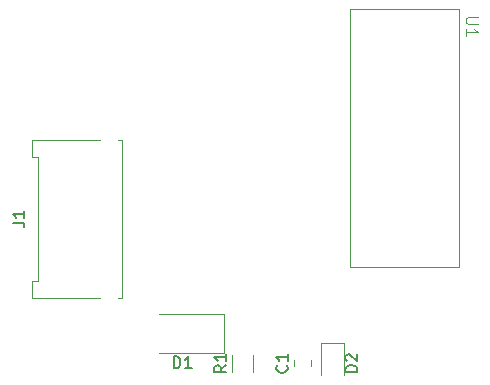
<source format=gbr>
%TF.GenerationSoftware,KiCad,Pcbnew,8.0.5*%
%TF.CreationDate,2024-09-27T19:14:55-05:00*%
%TF.ProjectId,pcb.pro,7063622e-7072-46f2-9e6b-696361645f70,rev?*%
%TF.SameCoordinates,Original*%
%TF.FileFunction,Legend,Top*%
%TF.FilePolarity,Positive*%
%FSLAX46Y46*%
G04 Gerber Fmt 4.6, Leading zero omitted, Abs format (unit mm)*
G04 Created by KiCad (PCBNEW 8.0.5) date 2024-09-27 19:14:55*
%MOMM*%
%LPD*%
G01*
G04 APERTURE LIST*
%ADD10C,0.100000*%
%ADD11C,0.150000*%
%ADD12C,0.120000*%
G04 APERTURE END LIST*
D10*
X215492580Y-64658095D02*
X214683057Y-64658095D01*
X214683057Y-64658095D02*
X214587819Y-64705714D01*
X214587819Y-64705714D02*
X214540200Y-64753333D01*
X214540200Y-64753333D02*
X214492580Y-64848571D01*
X214492580Y-64848571D02*
X214492580Y-65039047D01*
X214492580Y-65039047D02*
X214540200Y-65134285D01*
X214540200Y-65134285D02*
X214587819Y-65181904D01*
X214587819Y-65181904D02*
X214683057Y-65229523D01*
X214683057Y-65229523D02*
X215492580Y-65229523D01*
X214492580Y-66229523D02*
X214492580Y-65658095D01*
X214492580Y-65943809D02*
X215492580Y-65943809D01*
X215492580Y-65943809D02*
X215349723Y-65848571D01*
X215349723Y-65848571D02*
X215254485Y-65753333D01*
X215254485Y-65753333D02*
X215206866Y-65658095D01*
D11*
X194214819Y-94146666D02*
X193738628Y-94479999D01*
X194214819Y-94718094D02*
X193214819Y-94718094D01*
X193214819Y-94718094D02*
X193214819Y-94337142D01*
X193214819Y-94337142D02*
X193262438Y-94241904D01*
X193262438Y-94241904D02*
X193310057Y-94194285D01*
X193310057Y-94194285D02*
X193405295Y-94146666D01*
X193405295Y-94146666D02*
X193548152Y-94146666D01*
X193548152Y-94146666D02*
X193643390Y-94194285D01*
X193643390Y-94194285D02*
X193691009Y-94241904D01*
X193691009Y-94241904D02*
X193738628Y-94337142D01*
X193738628Y-94337142D02*
X193738628Y-94718094D01*
X194214819Y-93194285D02*
X194214819Y-93765713D01*
X194214819Y-93479999D02*
X193214819Y-93479999D01*
X193214819Y-93479999D02*
X193357676Y-93575237D01*
X193357676Y-93575237D02*
X193452914Y-93670475D01*
X193452914Y-93670475D02*
X193500533Y-93765713D01*
X176124819Y-82073333D02*
X176839104Y-82073333D01*
X176839104Y-82073333D02*
X176981961Y-82120952D01*
X176981961Y-82120952D02*
X177077200Y-82216190D01*
X177077200Y-82216190D02*
X177124819Y-82359047D01*
X177124819Y-82359047D02*
X177124819Y-82454285D01*
X177124819Y-81073333D02*
X177124819Y-81644761D01*
X177124819Y-81359047D02*
X176124819Y-81359047D01*
X176124819Y-81359047D02*
X176267676Y-81454285D01*
X176267676Y-81454285D02*
X176362914Y-81549523D01*
X176362914Y-81549523D02*
X176410533Y-81644761D01*
X205304819Y-94718094D02*
X204304819Y-94718094D01*
X204304819Y-94718094D02*
X204304819Y-94479999D01*
X204304819Y-94479999D02*
X204352438Y-94337142D01*
X204352438Y-94337142D02*
X204447676Y-94241904D01*
X204447676Y-94241904D02*
X204542914Y-94194285D01*
X204542914Y-94194285D02*
X204733390Y-94146666D01*
X204733390Y-94146666D02*
X204876247Y-94146666D01*
X204876247Y-94146666D02*
X205066723Y-94194285D01*
X205066723Y-94194285D02*
X205161961Y-94241904D01*
X205161961Y-94241904D02*
X205257200Y-94337142D01*
X205257200Y-94337142D02*
X205304819Y-94479999D01*
X205304819Y-94479999D02*
X205304819Y-94718094D01*
X204400057Y-93765713D02*
X204352438Y-93718094D01*
X204352438Y-93718094D02*
X204304819Y-93622856D01*
X204304819Y-93622856D02*
X204304819Y-93384761D01*
X204304819Y-93384761D02*
X204352438Y-93289523D01*
X204352438Y-93289523D02*
X204400057Y-93241904D01*
X204400057Y-93241904D02*
X204495295Y-93194285D01*
X204495295Y-93194285D02*
X204590533Y-93194285D01*
X204590533Y-93194285D02*
X204733390Y-93241904D01*
X204733390Y-93241904D02*
X205304819Y-93813332D01*
X205304819Y-93813332D02*
X205304819Y-93194285D01*
X189761905Y-94394819D02*
X189761905Y-93394819D01*
X189761905Y-93394819D02*
X190000000Y-93394819D01*
X190000000Y-93394819D02*
X190142857Y-93442438D01*
X190142857Y-93442438D02*
X190238095Y-93537676D01*
X190238095Y-93537676D02*
X190285714Y-93632914D01*
X190285714Y-93632914D02*
X190333333Y-93823390D01*
X190333333Y-93823390D02*
X190333333Y-93966247D01*
X190333333Y-93966247D02*
X190285714Y-94156723D01*
X190285714Y-94156723D02*
X190238095Y-94251961D01*
X190238095Y-94251961D02*
X190142857Y-94347200D01*
X190142857Y-94347200D02*
X190000000Y-94394819D01*
X190000000Y-94394819D02*
X189761905Y-94394819D01*
X191285714Y-94394819D02*
X190714286Y-94394819D01*
X191000000Y-94394819D02*
X191000000Y-93394819D01*
X191000000Y-93394819D02*
X190904762Y-93537676D01*
X190904762Y-93537676D02*
X190809524Y-93632914D01*
X190809524Y-93632914D02*
X190714286Y-93680533D01*
X199339580Y-94146666D02*
X199387200Y-94194285D01*
X199387200Y-94194285D02*
X199434819Y-94337142D01*
X199434819Y-94337142D02*
X199434819Y-94432380D01*
X199434819Y-94432380D02*
X199387200Y-94575237D01*
X199387200Y-94575237D02*
X199291961Y-94670475D01*
X199291961Y-94670475D02*
X199196723Y-94718094D01*
X199196723Y-94718094D02*
X199006247Y-94765713D01*
X199006247Y-94765713D02*
X198863390Y-94765713D01*
X198863390Y-94765713D02*
X198672914Y-94718094D01*
X198672914Y-94718094D02*
X198577676Y-94670475D01*
X198577676Y-94670475D02*
X198482438Y-94575237D01*
X198482438Y-94575237D02*
X198434819Y-94432380D01*
X198434819Y-94432380D02*
X198434819Y-94337142D01*
X198434819Y-94337142D02*
X198482438Y-94194285D01*
X198482438Y-94194285D02*
X198530057Y-94146666D01*
X199434819Y-93194285D02*
X199434819Y-93765713D01*
X199434819Y-93479999D02*
X198434819Y-93479999D01*
X198434819Y-93479999D02*
X198577676Y-93575237D01*
X198577676Y-93575237D02*
X198672914Y-93670475D01*
X198672914Y-93670475D02*
X198720533Y-93765713D01*
D10*
%TO.C,U1*%
X213900000Y-64020000D02*
X213900000Y-85820000D01*
X204700000Y-64020000D02*
X213900000Y-64020000D01*
X213900000Y-85820000D02*
X204700000Y-85820000D01*
X204700000Y-85820000D02*
X204700000Y-64020000D01*
D12*
%TO.C,R1*%
X194670000Y-94707064D02*
X194670000Y-93252936D01*
X196490000Y-94707064D02*
X196490000Y-93252936D01*
%TO.C,J1*%
X185350000Y-75055000D02*
X185050000Y-75055000D01*
X177760000Y-75055000D02*
X183510000Y-75055000D01*
X178260000Y-76475000D02*
X177760000Y-76475000D01*
X177760000Y-76475000D02*
X177760000Y-75055000D01*
X178260000Y-87005000D02*
X178260000Y-76475000D01*
X177760000Y-87005000D02*
X178260000Y-87005000D01*
X185350000Y-88425000D02*
X185350000Y-75055000D01*
X185050000Y-88425000D02*
X185350000Y-88425000D01*
X183510000Y-88425000D02*
X177760000Y-88425000D01*
X177760000Y-88425000D02*
X177760000Y-87005000D01*
%TO.C,D2*%
X204160000Y-92295000D02*
X202240000Y-92295000D01*
X202240000Y-92295000D02*
X202240000Y-94980000D01*
X204160000Y-94980000D02*
X204160000Y-92295000D01*
%TO.C,D1*%
X194010000Y-93090000D02*
X194010000Y-89790000D01*
X194010000Y-93090000D02*
X188500000Y-93090000D01*
X194010000Y-89790000D02*
X188500000Y-89790000D01*
%TO.C,C1*%
X199925000Y-94241252D02*
X199925000Y-93718748D01*
X201395000Y-94241252D02*
X201395000Y-93718748D01*
%TD*%
M02*

</source>
